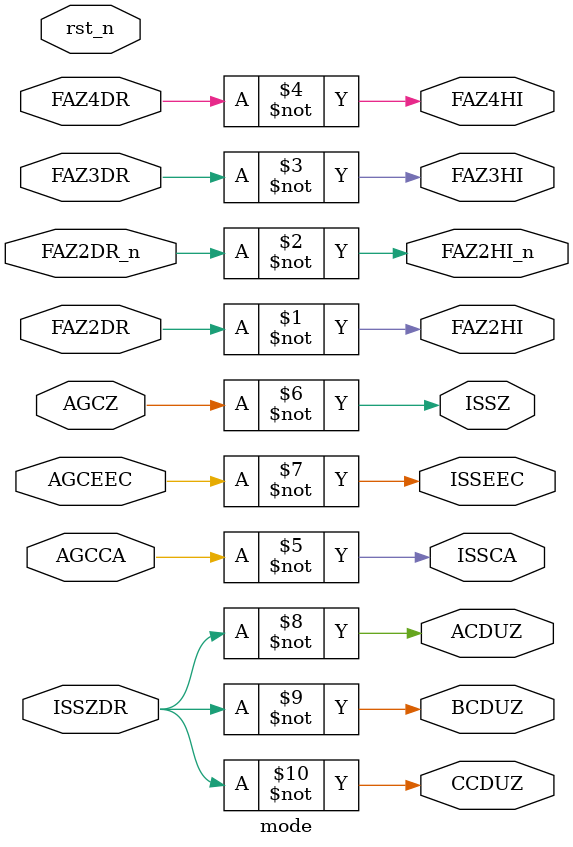
<source format=v>
`timescale 1ns / 1ps
`default_nettype none

module mode(
    input wire rst_n,
    input wire FAZ2DR,
    input wire FAZ2DR_n,
    input wire FAZ3DR,
    input wire FAZ4DR,

    input wire AGCCA,
    input wire AGCZ,
    input wire AGCEEC,
    input wire ISSZDR,

    output wire FAZ2HI,
    output wire FAZ2HI_n,
    output wire FAZ3HI,
    output wire FAZ4HI,

    output wire ISSCA,
    output wire ISSZ,
    output wire ISSEEC,
    output wire ACDUZ,
    output wire BCDUZ,
    output wire CCDUZ
);

/*-----------------------------------------------------------------------------.
| Phase buffer circuits                                                        |
'-----------------------------------------------------------------------------*/
`ifdef TARGET_WEB
`define PHASE_DELAY
`else
`define PHASE_DELAY #10
`endif
assign `PHASE_DELAY FAZ2HI = ~FAZ2DR;
assign `PHASE_DELAY FAZ2HI_n = ~FAZ2DR_n;
assign `PHASE_DELAY FAZ3HI = ~FAZ3DR;
assign `PHASE_DELAY FAZ4HI = ~FAZ4DR;

/*-----------------------------------------------------------------------------.
| Moding buffer circuits                                                       |
'-----------------------------------------------------------------------------*/
assign ISSCA = ~AGCCA;
assign ISSZ = ~AGCZ;
assign ISSEEC = ~AGCEEC;
assign ACDUZ = ~ISSZDR;
assign BCDUZ = ~ISSZDR;
assign CCDUZ = ~ISSZDR;

endmodule
`default_nettype wire

</source>
